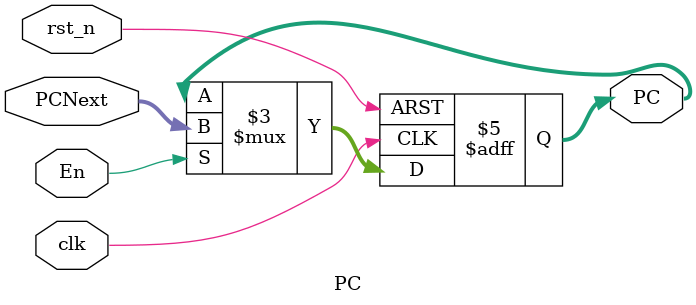
<source format=sv>
module PC (
    input   logic   clk,
    input   logic   rst_n,
    input   logic   En,
    input   logic [31:0] PCNext,
    output  logic [31:0] PC
    );

    always_ff @(posedge clk or negedge rst_n) begin
        if (!rst_n) begin
            PC <= '0;
        end else if (En) begin
            PC <= PCNext;
        end
    end
endmodule
</source>
